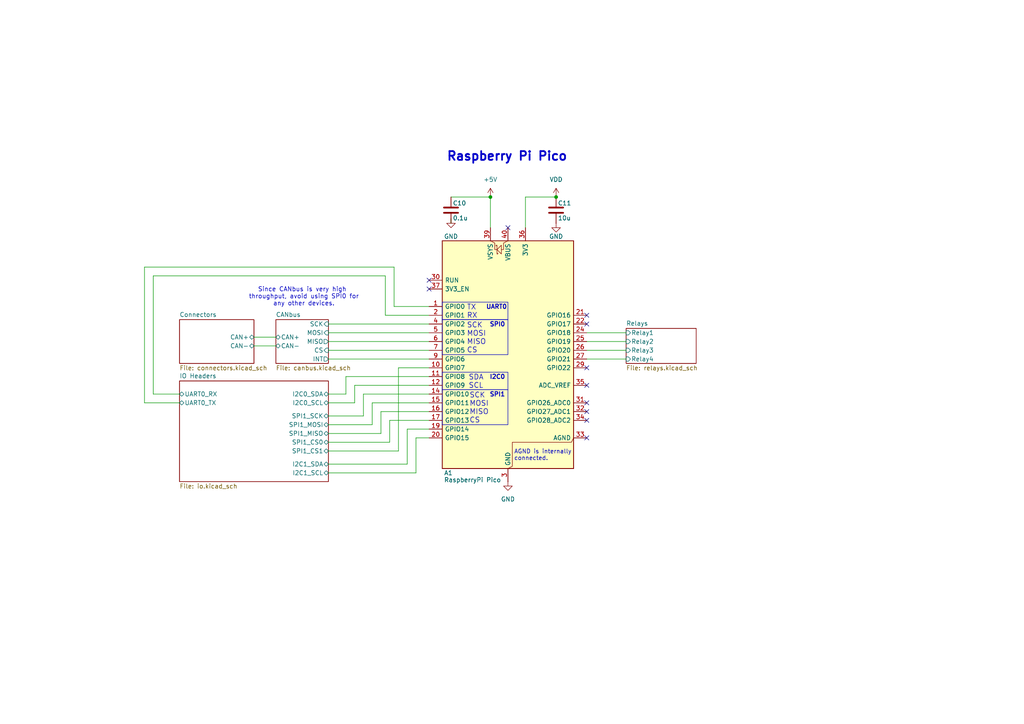
<source format=kicad_sch>
(kicad_sch (version 20250114) (generator "eeschema") (generator_version "9.0")
  (paper "A4")
  (title_block (title "LEOS Sensor Module") (date "2026-02-15") (rev "2") (company "VIP Lightning From the Edge of Space"))
  (lib_symbols
    (symbol "Device:C" (pin_numbers (hide yes)) (pin_names (offset 0.254))
      (property "Reference" "C" (at 0.635 2.54 0))
      (property "Value" "C" (at 0.635 -2.54 0))
      (symbol "C_0_1"
        (polyline (pts (xy -2.032 0.762) (xy 2.032 0.762)) (stroke (width 0.508)))
        (polyline (pts (xy -2.032 -0.762) (xy 2.032 -0.762)) (stroke (width 0.508)))
      )
      (symbol "C_1_1"
        (pin passive line (at 0 3.81 270) (length 2.794) (name "~") (number "1"))
        (pin passive line (at 0 -3.81 90) (length 2.794) (name "~") (number "2"))
      )
    )
    (symbol "MCU_Module:RaspberryPi_Pico" (pin_names (offset 0.762))
      (property "Reference" "A" (at -19.05 35.56 0))
      (property "Value" "RaspberryPi_Pico" (at 7.62 35.56 0))
      (symbol "RaspberryPi_Pico_0_1"
        (rectangle (start -19.05 34.29) (end 19.05 -31.75) (stroke (width 0.254)) (fill (type background)))
        (polyline (pts (xy -5.08 34.29) (xy -3.81 33.655) (xy -3.81 31.75) (xy -3.175 31.75)))
        (polyline (pts (xy -3.429 32.766) (xy -3.429 33.02) (xy -3.175 33.02) (xy -3.175 30.48) (xy -2.921 30.48) (xy -2.921 30.734)))
        (polyline (pts (xy -3.175 31.75) (xy -1.905 33.02) (xy -1.905 30.48) (xy -3.175 31.75)))
        (polyline (pts (xy 0 34.29) (xy -1.27 33.655) (xy -1.27 31.75) (xy -1.905 31.75)))
        (polyline (pts (xy 0 -31.75) (xy 1.27 -31.115) (xy 1.27 -24.13) (xy 18.415 -24.13) (xy 19.05 -22.86)))
      )
      (symbol "RaspberryPi_Pico_1_1"
        (pin passive line (at -22.86 22.86 0) (length 3.81) (name "RUN") (number "30"))
        (pin passive line (at -22.86 20.32 0) (length 3.81) (name "3V3_EN") (number "37"))
        (pin bidirectional line (at -22.86 15.24 0) (length 3.81) (name "GPIO0") (number "1"))
        (pin bidirectional line (at -22.86 12.7 0) (length 3.81) (name "GPIO1") (number "2"))
        (pin bidirectional line (at -22.86 10.16 0) (length 3.81) (name "GPIO2") (number "4"))
        (pin bidirectional line (at -22.86 7.62 0) (length 3.81) (name "GPIO3") (number "5"))
        (pin bidirectional line (at -22.86 5.08 0) (length 3.81) (name "GPIO4") (number "6"))
        (pin bidirectional line (at -22.86 2.54 0) (length 3.81) (name "GPIO5") (number "7"))
        (pin bidirectional line (at -22.86 0 0) (length 3.81) (name "GPIO6") (number "9"))
        (pin bidirectional line (at -22.86 -2.54 0) (length 3.81) (name "GPIO7") (number "10"))
        (pin bidirectional line (at -22.86 -5.08 0) (length 3.81) (name "GPIO8") (number "11"))
        (pin bidirectional line (at -22.86 -7.62 0) (length 3.81) (name "GPIO9") (number "12"))
        (pin bidirectional line (at -22.86 -10.16 0) (length 3.81) (name "GPIO10") (number "14"))
        (pin bidirectional line (at -22.86 -12.7 0) (length 3.81) (name "GPIO11") (number "15"))
        (pin bidirectional line (at -22.86 -15.24 0) (length 3.81) (name "GPIO12") (number "16"))
        (pin bidirectional line (at -22.86 -17.78 0) (length 3.81) (name "GPIO13") (number "17"))
        (pin bidirectional line (at -22.86 -20.32 0) (length 3.81) (name "GPIO14") (number "19"))
        (pin bidirectional line (at -22.86 -22.86 0) (length 3.81) (name "GPIO15") (number "20"))
        (pin power_in line (at -5.08 38.1 270) (length 3.81) (name "VSYS") (number "39"))
        (pin power_out line (at 0 38.1 270) (length 3.81) (name "VBUS") (number "40"))
        (pin passive line (at 0 -35.56 90) (length 3.81) (hide yes) (name "GND") (number "13"))
        (pin passive line (at 0 -35.56 90) (length 3.81) (hide yes) (name "GND") (number "18"))
        (pin passive line (at 0 -35.56 90) (length 3.81) (hide yes) (name "GND") (number "23"))
        (pin passive line (at 0 -35.56 90) (length 3.81) (hide yes) (name "GND") (number "28"))
        (pin power_out line (at 0 -35.56 90) (length 3.81) (name "GND") (number "3"))
        (pin passive line (at 0 -35.56 90) (length 3.81) (hide yes) (name "GND") (number "38"))
        (pin passive line (at 0 -35.56 90) (length 3.81) (hide yes) (name "GND") (number "8"))
        (pin power_out line (at 5.08 38.1 270) (length 3.81) (name "3V3") (number "36"))
        (pin bidirectional line (at 22.86 12.7 180) (length 3.81) (name "GPIO16") (number "21"))
        (pin bidirectional line (at 22.86 10.16 180) (length 3.81) (name "GPIO17") (number "22"))
        (pin bidirectional line (at 22.86 7.62 180) (length 3.81) (name "GPIO18") (number "24"))
        (pin bidirectional line (at 22.86 5.08 180) (length 3.81) (name "GPIO19") (number "25"))
        (pin bidirectional line (at 22.86 2.54 180) (length 3.81) (name "GPIO20") (number "26"))
        (pin bidirectional line (at 22.86 0 180) (length 3.81) (name "GPIO21") (number "27"))
        (pin bidirectional line (at 22.86 -2.54 180) (length 3.81) (name "GPIO22") (number "29"))
        (pin power_in line (at 22.86 -7.62 180) (length 3.81) (name "ADC_VREF") (number "35"))
        (pin bidirectional line (at 22.86 -12.7 180) (length 3.81) (name "GPIO26_ADC0") (number "31"))
        (pin bidirectional line (at 22.86 -15.24 180) (length 3.81) (name "GPIO27_ADC1") (number "32"))
        (pin bidirectional line (at 22.86 -17.78 180) (length 3.81) (name "GPIO28_ADC2") (number "34"))
        (pin power_out line (at 22.86 -22.86 180) (length 3.81) (name "AGND") (number "33"))
      )
    )
    (symbol "power:+5V" (power) (pin_numbers (hide yes)) (pin_names (offset 0) (hide yes))
      (property "Value" "+5V" (at 0 3.556 0))
      (symbol "+5V_0_1"
        (polyline (pts (xy -0.762 1.27) (xy 0 2.54)))
        (polyline (pts (xy 0 2.54) (xy 0.762 1.27)))
        (polyline (pts (xy 0 0) (xy 0 2.54)))
      )
      (symbol "+5V_1_1"
        (pin power_in line (at 0 0 90) (length 0) (name "~") (number "1"))
      )
    )
    (symbol "power:GND" (power) (pin_numbers (hide yes)) (pin_names (offset 0) (hide yes))
      (property "Value" "GND" (at 0 -3.81 0))
      (symbol "GND_0_1"
        (polyline (pts (xy 0 0) (xy 0 -1.27) (xy 1.27 -1.27) (xy 0 -2.54) (xy -1.27 -1.27) (xy 0 -1.27)))
      )
      (symbol "GND_1_1"
        (pin power_in line (at 0 0 270) (length 0) (name "~") (number "1"))
      )
    )
    (symbol "power:VDD" (power) (pin_numbers (hide yes)) (pin_names (offset 0) (hide yes))
      (property "Value" "VDD" (at 0 3.556 0))
      (symbol "VDD_0_1"
        (polyline (pts (xy -0.762 1.27) (xy 0 2.54)))
        (polyline (pts (xy 0 2.54) (xy 0.762 1.27)))
        (polyline (pts (xy 0 0) (xy 0 2.54)))
      )
      (symbol "VDD_1_1"
        (pin power_in line (at 0 0 90) (length 0) (name "~") (number "1"))
      )
    )
  )
  (rectangle (start 128.27 92.71) (end 147.32 102.87))
  (rectangle (start 128.27 113.03) (end 147.32 123.19))
  (rectangle (start 128.27 107.95) (end 147.32 113.03))
  (rectangle (start 128.27 87.63) (end 147.32 92.71))
  (text "SPI1" (at 144.272 114.554 0) (effects (font (size 1.27 1.27) (thickness 0.254) (bold yes))))
  (text "Raspberry Pi Pico" (at 147.066 45.466 0) (effects (font (size 2.54 2.54) (thickness 0.508) (bold yes))))
  (text "SCK\nMOSI\nMISO\nCS" (at 135.382 98.044 0) (effects (font (size 1.5 1.5)) (justify left)))
  (text "Since CANbus is very high \nthroughput, avoid using SPI0 for\nany other devices." (at 88.138 86.106 0) (effects (font (size 1.27 1.27))))
  (text "SPI0" (at 144.272 94.234 0) (effects (font (size 1.27 1.27) (thickness 0.254) (bold yes))))
  (text "SDA\nSCL" (at 135.89 110.744 0) (effects (font (size 1.5 1.5)) (justify left)))
  (text "TX\nRX" (at 135.382 90.424 0) (effects (font (size 1.5 1.5)) (justify left)))
  (text "UART0" (at 144.018 89.154 0) (effects (font (size 1.27 1.27) (thickness 0.254) (bold yes))))
  (text "SCK\nMOSI\nMISO\nCS" (at 136.144 118.364 0) (effects (font (size 1.5 1.5)) (justify left)))
  (text "I2C0" (at 144.272 109.474 0) (effects (font (size 1.27 1.27) (thickness 0.254) (bold yes))))
  (text "AGND is internally \nconnected." (at 149.098 132.08 0) (effects (font (size 1.2 1.2)) (justify left)))
  (junction (at 161.29 57.15))
  (junction (at 142.24 57.15))
  (no_connect (at 147.32 66.04))
  (no_connect (at 170.18 106.68))
  (no_connect (at 170.18 93.98))
  (no_connect (at 124.46 83.82))
  (no_connect (at 170.18 119.38))
  (no_connect (at 170.18 127))
  (no_connect (at 170.18 91.44))
  (no_connect (at 170.18 121.92))
  (no_connect (at 124.46 81.28))
  (no_connect (at 170.18 116.84))
  (no_connect (at 170.18 111.76))
  (wire (pts (xy 73.66 97.79) (xy 80.01 97.79)))
  (wire (pts (xy 41.91 77.47) (xy 114.3 77.47)))
  (wire (pts (xy 170.18 104.14) (xy 181.61 104.14)))
  (wire (pts (xy 95.25 128.27) (xy 113.03 128.27)))
  (wire (pts (xy 52.07 116.84) (xy 41.91 116.84)))
  (wire (pts (xy 114.3 88.9) (xy 124.46 88.9)))
  (wire (pts (xy 95.25 101.6) (xy 124.46 101.6)))
  (wire (pts (xy 120.65 137.16) (xy 120.65 127)))
  (wire (pts (xy 102.87 111.76) (xy 102.87 116.84)))
  (wire (pts (xy 130.81 57.15) (xy 142.24 57.15)))
  (wire (pts (xy 113.03 121.92) (xy 124.46 121.92)))
  (wire (pts (xy 95.25 130.81) (xy 115.57 130.81)))
  (wire (pts (xy 95.25 96.52) (xy 124.46 96.52)))
  (wire (pts (xy 44.45 80.01) (xy 111.76 80.01)))
  (wire (pts (xy 105.41 120.65) (xy 105.41 114.3)))
  (wire (pts (xy 115.57 130.81) (xy 115.57 106.68)))
  (wire (pts (xy 118.11 124.46) (xy 124.46 124.46)))
  (wire (pts (xy 111.76 80.01) (xy 111.76 91.44)))
  (wire (pts (xy 113.03 128.27) (xy 113.03 121.92)))
  (wire (pts (xy 124.46 111.76) (xy 102.87 111.76)))
  (wire (pts (xy 95.25 116.84) (xy 102.87 116.84)))
  (wire (pts (xy 100.33 109.22) (xy 124.46 109.22)))
  (wire (pts (xy 107.95 116.84) (xy 124.46 116.84)))
  (wire (pts (xy 114.3 77.47) (xy 114.3 88.9)))
  (wire (pts (xy 120.65 127) (xy 124.46 127)))
  (wire (pts (xy 95.25 123.19) (xy 107.95 123.19)))
  (wire (pts (xy 44.45 114.3) (xy 44.45 80.01)))
  (wire (pts (xy 142.24 57.15) (xy 142.24 66.04)))
  (wire (pts (xy 95.25 104.14) (xy 124.46 104.14)))
  (wire (pts (xy 152.4 66.04) (xy 152.4 57.15)))
  (wire (pts (xy 107.95 123.19) (xy 107.95 116.84)))
  (wire (pts (xy 73.66 100.33) (xy 80.01 100.33)))
  (wire (pts (xy 95.25 99.06) (xy 124.46 99.06)))
  (wire (pts (xy 115.57 106.68) (xy 124.46 106.68)))
  (wire (pts (xy 110.49 125.73) (xy 110.49 119.38)))
  (wire (pts (xy 170.18 99.06) (xy 181.61 99.06)))
  (wire (pts (xy 100.33 114.3) (xy 100.33 109.22)))
  (wire (pts (xy 110.49 119.38) (xy 124.46 119.38)))
  (wire (pts (xy 52.07 114.3) (xy 44.45 114.3)))
  (wire (pts (xy 105.41 114.3) (xy 124.46 114.3)))
  (wire (pts (xy 41.91 116.84) (xy 41.91 77.47)))
  (wire (pts (xy 152.4 57.15) (xy 161.29 57.15)))
  (wire (pts (xy 170.18 101.6) (xy 181.61 101.6)))
  (wire (pts (xy 95.25 137.16) (xy 120.65 137.16)))
  (wire (pts (xy 95.25 114.3) (xy 100.33 114.3)))
  (wire (pts (xy 95.25 125.73) (xy 110.49 125.73)))
  (wire (pts (xy 111.76 91.44) (xy 124.46 91.44)))
  (wire (pts (xy 95.25 134.62) (xy 118.11 134.62)))
  (wire (pts (xy 95.25 120.65) (xy 105.41 120.65)))
  (wire (pts (xy 130.81 64.77) (xy 130.81 63.5)))
  (wire (pts (xy 95.25 93.98) (xy 124.46 93.98)))
  (wire (pts (xy 170.18 96.52) (xy 181.61 96.52)))
  (wire (pts (xy 118.11 134.62) (xy 118.11 124.46)))
  (symbol (lib_id "MCU_Module:RaspberryPi_Pico") (at 147.32 104.14 0) (unit 1)
    (property "Reference" "A1" (at 128.778 137.16 0) (effects (justify left)))
    (property "Value" "RaspberryPi Pico" (at 128.778 139.192 0) (effects (justify left)))
    (property "Footprint" "Module:RaspberryPi_Pico_Common_THT" (effects (hide yes)))
    (property "Datasheet" "https://datasheets.raspberrypi.com/pico/pico-datasheet.pdf" (effects (hide yes)))
    (property "Description" "Versatile and inexpensive microcontroller module powered by RP2040 dual-core Arm Cortex-M0+ processor up to 133 MHz, 264kB SRAM, 2MB QSPI flash; also supports Raspberry Pi Pico 2" (effects (hide yes)))
    (property "Digikey" "1778-PIM724-ND" (effects (hide yes)))
    (property "MPN" "PIM724" (effects (hide yes)))
    (property "Manufacturer" "Pimoroni" (effects (hide yes)))
  )
  (symbol (lib_id "power:GND") (at 130.81 63.5 0) (unit 1)
    (property "Reference" "#PWR019" (effects (hide yes)))
    (property "Value" "GND" (at 130.81 68.58 0))
    (property "Description" "Power symbol creates a global label with name \"GND\" , ground" (effects (hide yes)))
  )
  (symbol (lib_id "power:GND") (at 147.32 139.7 0) (unit 1)
    (property "Reference" "#PWR016" (effects (hide yes)))
    (property "Value" "GND" (at 147.32 144.78 0))
    (property "Description" "Power symbol creates a global label with name \"GND\" , ground" (effects (hide yes)))
  )
  (symbol (lib_id "power:GND") (at 161.29 64.77 0) (unit 1)
    (property "Reference" "#PWR021" (effects (hide yes)))
    (property "Value" "GND" (at 161.29 68.58 0))
    (property "Description" "Power symbol creates a global label with name \"GND\" , ground" (effects (hide yes)))
  )
  (symbol (lib_id "Device:C") (at 161.29 60.96 0) (unit 1)
    (property "Reference" "C11" (at 161.798 58.928 0) (effects (justify left)))
    (property "Value" "10u" (at 161.798 63.246 0) (effects (justify left)))
    (property "Footprint" "Capacitor_SMD:C_0805_2012Metric" (effects (hide yes)))
    (property "Description" "Unpolarized capacitor" (effects (hide yes)))
    (property "Digikey" "1276-2872-1-ND" (effects (hide yes)))
    (property "Manufacturer" "Samsung Electro-Mechanics" (effects (hide yes)))
    (property "MPN" "CL21B106KOQNNNE" (effects (hide yes)))
    (property "LCSC" "C95841" (effects (hide yes)))
  )
  (symbol (lib_id "power:+5V") (at 142.24 57.15 0) (unit 1)
    (property "Reference" "#PWR020" (effects (hide yes)))
    (property "Value" "+5V" (at 142.24 52.07 0))
    (property "Description" "Power symbol creates a global label with name \"+5V\"" (effects (hide yes)))
  )
  (symbol (lib_id "power:VDD") (at 161.29 57.15 0) (unit 1)
    (property "Reference" "#PWR022" (effects (hide yes)))
    (property "Value" "VDD" (at 161.29 52.07 0))
    (property "Description" "Power symbol creates a global label with name \"VDD\"" (effects (hide yes)))
  )
  (symbol (lib_id "Device:C") (at 130.81 60.96 0) (unit 1)
    (property "Reference" "C10" (at 131.318 58.928 0) (effects (justify left)))
    (property "Value" "0.1u" (at 131.318 63.246 0) (effects (justify left)))
    (property "Footprint" "Capacitor_SMD:C_0603_1608Metric" (effects (hide yes)))
    (property "Description" "Unpolarized capacitor" (effects (hide yes)))
    (property "Digikey" "490-5798-1-ND" (effects (hide yes)))
    (property "LCSC" "C913912" (effects (hide yes)))
    (property "MPN" "CL10B104KB8NNNL" (effects (hide yes)))
    (property "Manufacturer" "Samsung Electro-Mechanics" (effects (hide yes)))
  )
  (sheet (at 52.07 92.71) (size 21.59 12.7) (stroke (width 0.1524))
    (property "Sheetname" "Connectors" (at 52.07 91.9984 0) (effects (justify left bottom)))
    (property "Sheetfile" "connectors.kicad_sch" (at 52.07 105.9946 0) (effects (justify left top)))
    (pin "CAN+" bidirectional (at 73.66 97.79 0))
    (pin "CAN-" bidirectional (at 73.66 100.33 0))
  )
  (sheet (at 181.61 95.25) (size 20.32 10.16) (stroke (width 0.1524))
    (property "Sheetname" "Relays" (at 181.61 94.5384 0) (effects (justify left bottom)))
    (property "Sheetfile" "relays.kicad_sch" (at 181.61 105.9946 0) (effects (justify left top)))
    (pin "Relay1" input (at 181.61 96.52 180))
    (pin "Relay2" input (at 181.61 99.06 180))
    (pin "Relay3" input (at 181.61 101.6 180))
    (pin "Relay4" input (at 181.61 104.14 180))
  )
  (sheet (at 80.01 92.71) (size 15.24 12.7) (stroke (width 0.1524))
    (property "Sheetname" "CANbus" (at 80.01 91.9984 0) (effects (justify left bottom)))
    (property "Sheetfile" "canbus.kicad_sch" (at 80.01 105.9946 0) (effects (justify left top)))
    (pin "CS" input (at 95.25 101.6 0))
    (pin "MOSI" input (at 95.25 96.52 0))
    (pin "SCK" input (at 95.25 93.98 0))
    (pin "CAN+" bidirectional (at 80.01 97.79 180))
    (pin "CAN-" bidirectional (at 80.01 100.33 180))
    (pin "INT" output (at 95.25 104.14 0))
    (pin "MISO" output (at 95.25 99.06 0))
  )
  (sheet (at 52.07 110.49) (size 43.18 29.21) (stroke (width 0.1524))
    (property "Sheetname" "IO Headers" (at 52.07 109.7784 0) (effects (justify left bottom)))
    (property "Sheetfile" "io.kicad_sch" (at 52.07 140.2846 0) (effects (justify left top)))
    (pin "I2C0_SCL" bidirectional (at 95.25 116.84 0))
    (pin "I2C0_SDA" bidirectional (at 95.25 114.3 0))
    (pin "I2C1_SCL" bidirectional (at 95.25 137.16 0))
    (pin "I2C1_SDA" bidirectional (at 95.25 134.62 0))
    (pin "SPI1_CS0" bidirectional (at 95.25 128.27 0))
    (pin "SPI1_CS1" bidirectional (at 95.25 130.81 0))
    (pin "SPI1_MISO" bidirectional (at 95.25 125.73 0))
    (pin "SPI1_MOSI" bidirectional (at 95.25 123.19 0))
    (pin "SPI1_SCK" bidirectional (at 95.25 120.65 0))
    (pin "UART0_RX" bidirectional (at 52.07 114.3 180))
    (pin "UART0_TX" bidirectional (at 52.07 116.84 180))
  )
)
</source>
